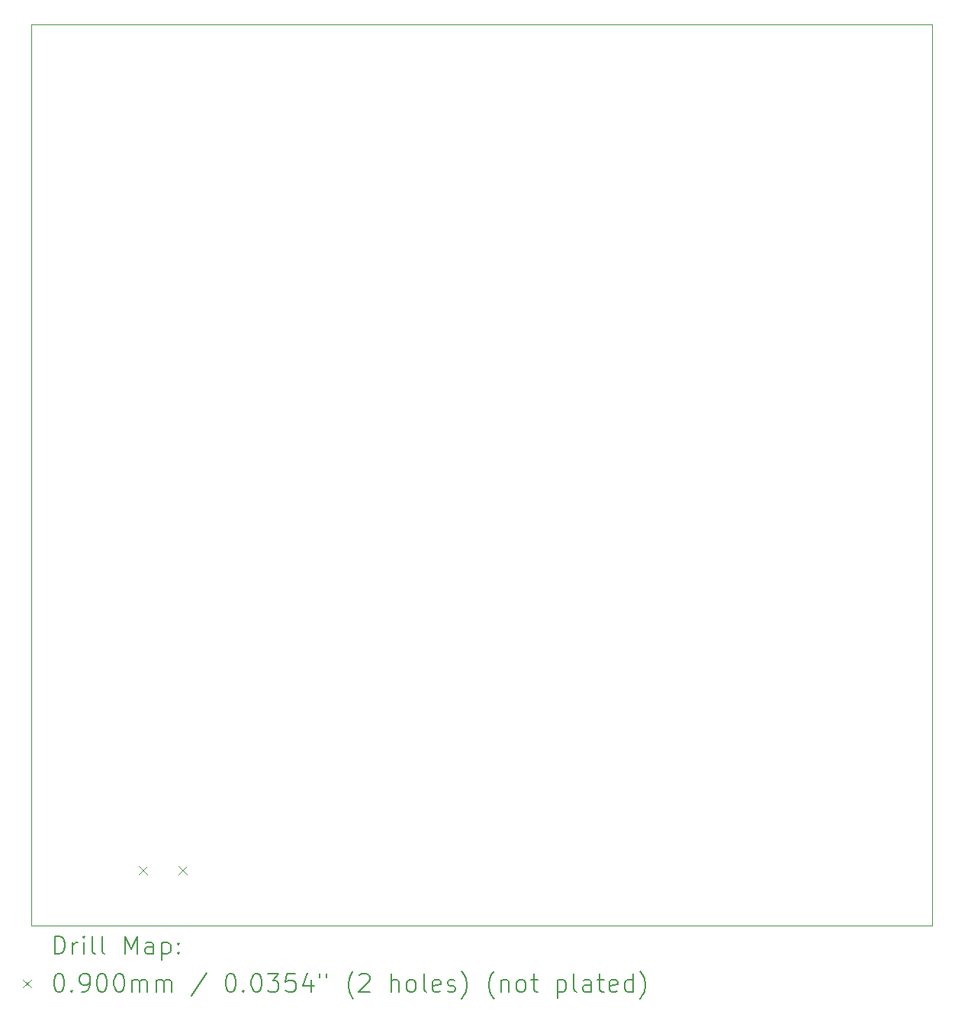
<source format=gbr>
%TF.GenerationSoftware,KiCad,Pcbnew,9.0.5-9.0.5~ubuntu25.04.1*%
%TF.CreationDate,2025-10-12T20:46:55+02:00*%
%TF.ProjectId,CPU,4350552e-6b69-4636-9164-5f7063625858,rev?*%
%TF.SameCoordinates,Original*%
%TF.FileFunction,Drillmap*%
%TF.FilePolarity,Positive*%
%FSLAX45Y45*%
G04 Gerber Fmt 4.5, Leading zero omitted, Abs format (unit mm)*
G04 Created by KiCad (PCBNEW 9.0.5-9.0.5~ubuntu25.04.1) date 2025-10-12 20:46:55*
%MOMM*%
%LPD*%
G01*
G04 APERTURE LIST*
%ADD10C,0.050000*%
%ADD11C,0.200000*%
%ADD12C,0.100000*%
G04 APERTURE END LIST*
D10*
X12500000Y-5450000D02*
X22500000Y-5450000D01*
X22500000Y-5450000D02*
X22500000Y-15450000D01*
X12500000Y-15450000D02*
X12500000Y-5450000D01*
X22500000Y-15450000D02*
X12500000Y-15450000D01*
D11*
D12*
X13695000Y-14787700D02*
X13785000Y-14877700D01*
X13785000Y-14787700D02*
X13695000Y-14877700D01*
X14135000Y-14787700D02*
X14225000Y-14877700D01*
X14225000Y-14787700D02*
X14135000Y-14877700D01*
D11*
X12758277Y-15763984D02*
X12758277Y-15563984D01*
X12758277Y-15563984D02*
X12805896Y-15563984D01*
X12805896Y-15563984D02*
X12834467Y-15573508D01*
X12834467Y-15573508D02*
X12853515Y-15592555D01*
X12853515Y-15592555D02*
X12863039Y-15611603D01*
X12863039Y-15611603D02*
X12872562Y-15649698D01*
X12872562Y-15649698D02*
X12872562Y-15678269D01*
X12872562Y-15678269D02*
X12863039Y-15716365D01*
X12863039Y-15716365D02*
X12853515Y-15735412D01*
X12853515Y-15735412D02*
X12834467Y-15754460D01*
X12834467Y-15754460D02*
X12805896Y-15763984D01*
X12805896Y-15763984D02*
X12758277Y-15763984D01*
X12958277Y-15763984D02*
X12958277Y-15630650D01*
X12958277Y-15668746D02*
X12967801Y-15649698D01*
X12967801Y-15649698D02*
X12977324Y-15640174D01*
X12977324Y-15640174D02*
X12996372Y-15630650D01*
X12996372Y-15630650D02*
X13015420Y-15630650D01*
X13082086Y-15763984D02*
X13082086Y-15630650D01*
X13082086Y-15563984D02*
X13072562Y-15573508D01*
X13072562Y-15573508D02*
X13082086Y-15583031D01*
X13082086Y-15583031D02*
X13091610Y-15573508D01*
X13091610Y-15573508D02*
X13082086Y-15563984D01*
X13082086Y-15563984D02*
X13082086Y-15583031D01*
X13205896Y-15763984D02*
X13186848Y-15754460D01*
X13186848Y-15754460D02*
X13177324Y-15735412D01*
X13177324Y-15735412D02*
X13177324Y-15563984D01*
X13310658Y-15763984D02*
X13291610Y-15754460D01*
X13291610Y-15754460D02*
X13282086Y-15735412D01*
X13282086Y-15735412D02*
X13282086Y-15563984D01*
X13539229Y-15763984D02*
X13539229Y-15563984D01*
X13539229Y-15563984D02*
X13605896Y-15706841D01*
X13605896Y-15706841D02*
X13672562Y-15563984D01*
X13672562Y-15563984D02*
X13672562Y-15763984D01*
X13853515Y-15763984D02*
X13853515Y-15659222D01*
X13853515Y-15659222D02*
X13843991Y-15640174D01*
X13843991Y-15640174D02*
X13824943Y-15630650D01*
X13824943Y-15630650D02*
X13786848Y-15630650D01*
X13786848Y-15630650D02*
X13767801Y-15640174D01*
X13853515Y-15754460D02*
X13834467Y-15763984D01*
X13834467Y-15763984D02*
X13786848Y-15763984D01*
X13786848Y-15763984D02*
X13767801Y-15754460D01*
X13767801Y-15754460D02*
X13758277Y-15735412D01*
X13758277Y-15735412D02*
X13758277Y-15716365D01*
X13758277Y-15716365D02*
X13767801Y-15697317D01*
X13767801Y-15697317D02*
X13786848Y-15687793D01*
X13786848Y-15687793D02*
X13834467Y-15687793D01*
X13834467Y-15687793D02*
X13853515Y-15678269D01*
X13948753Y-15630650D02*
X13948753Y-15830650D01*
X13948753Y-15640174D02*
X13967801Y-15630650D01*
X13967801Y-15630650D02*
X14005896Y-15630650D01*
X14005896Y-15630650D02*
X14024943Y-15640174D01*
X14024943Y-15640174D02*
X14034467Y-15649698D01*
X14034467Y-15649698D02*
X14043991Y-15668746D01*
X14043991Y-15668746D02*
X14043991Y-15725888D01*
X14043991Y-15725888D02*
X14034467Y-15744936D01*
X14034467Y-15744936D02*
X14024943Y-15754460D01*
X14024943Y-15754460D02*
X14005896Y-15763984D01*
X14005896Y-15763984D02*
X13967801Y-15763984D01*
X13967801Y-15763984D02*
X13948753Y-15754460D01*
X14129705Y-15744936D02*
X14139229Y-15754460D01*
X14139229Y-15754460D02*
X14129705Y-15763984D01*
X14129705Y-15763984D02*
X14120182Y-15754460D01*
X14120182Y-15754460D02*
X14129705Y-15744936D01*
X14129705Y-15744936D02*
X14129705Y-15763984D01*
X14129705Y-15640174D02*
X14139229Y-15649698D01*
X14139229Y-15649698D02*
X14129705Y-15659222D01*
X14129705Y-15659222D02*
X14120182Y-15649698D01*
X14120182Y-15649698D02*
X14129705Y-15640174D01*
X14129705Y-15640174D02*
X14129705Y-15659222D01*
D12*
X12407500Y-16047500D02*
X12497500Y-16137500D01*
X12497500Y-16047500D02*
X12407500Y-16137500D01*
D11*
X12796372Y-15983984D02*
X12815420Y-15983984D01*
X12815420Y-15983984D02*
X12834467Y-15993508D01*
X12834467Y-15993508D02*
X12843991Y-16003031D01*
X12843991Y-16003031D02*
X12853515Y-16022079D01*
X12853515Y-16022079D02*
X12863039Y-16060174D01*
X12863039Y-16060174D02*
X12863039Y-16107793D01*
X12863039Y-16107793D02*
X12853515Y-16145888D01*
X12853515Y-16145888D02*
X12843991Y-16164936D01*
X12843991Y-16164936D02*
X12834467Y-16174460D01*
X12834467Y-16174460D02*
X12815420Y-16183984D01*
X12815420Y-16183984D02*
X12796372Y-16183984D01*
X12796372Y-16183984D02*
X12777324Y-16174460D01*
X12777324Y-16174460D02*
X12767801Y-16164936D01*
X12767801Y-16164936D02*
X12758277Y-16145888D01*
X12758277Y-16145888D02*
X12748753Y-16107793D01*
X12748753Y-16107793D02*
X12748753Y-16060174D01*
X12748753Y-16060174D02*
X12758277Y-16022079D01*
X12758277Y-16022079D02*
X12767801Y-16003031D01*
X12767801Y-16003031D02*
X12777324Y-15993508D01*
X12777324Y-15993508D02*
X12796372Y-15983984D01*
X12948753Y-16164936D02*
X12958277Y-16174460D01*
X12958277Y-16174460D02*
X12948753Y-16183984D01*
X12948753Y-16183984D02*
X12939229Y-16174460D01*
X12939229Y-16174460D02*
X12948753Y-16164936D01*
X12948753Y-16164936D02*
X12948753Y-16183984D01*
X13053515Y-16183984D02*
X13091610Y-16183984D01*
X13091610Y-16183984D02*
X13110658Y-16174460D01*
X13110658Y-16174460D02*
X13120182Y-16164936D01*
X13120182Y-16164936D02*
X13139229Y-16136365D01*
X13139229Y-16136365D02*
X13148753Y-16098269D01*
X13148753Y-16098269D02*
X13148753Y-16022079D01*
X13148753Y-16022079D02*
X13139229Y-16003031D01*
X13139229Y-16003031D02*
X13129705Y-15993508D01*
X13129705Y-15993508D02*
X13110658Y-15983984D01*
X13110658Y-15983984D02*
X13072562Y-15983984D01*
X13072562Y-15983984D02*
X13053515Y-15993508D01*
X13053515Y-15993508D02*
X13043991Y-16003031D01*
X13043991Y-16003031D02*
X13034467Y-16022079D01*
X13034467Y-16022079D02*
X13034467Y-16069698D01*
X13034467Y-16069698D02*
X13043991Y-16088746D01*
X13043991Y-16088746D02*
X13053515Y-16098269D01*
X13053515Y-16098269D02*
X13072562Y-16107793D01*
X13072562Y-16107793D02*
X13110658Y-16107793D01*
X13110658Y-16107793D02*
X13129705Y-16098269D01*
X13129705Y-16098269D02*
X13139229Y-16088746D01*
X13139229Y-16088746D02*
X13148753Y-16069698D01*
X13272562Y-15983984D02*
X13291610Y-15983984D01*
X13291610Y-15983984D02*
X13310658Y-15993508D01*
X13310658Y-15993508D02*
X13320182Y-16003031D01*
X13320182Y-16003031D02*
X13329705Y-16022079D01*
X13329705Y-16022079D02*
X13339229Y-16060174D01*
X13339229Y-16060174D02*
X13339229Y-16107793D01*
X13339229Y-16107793D02*
X13329705Y-16145888D01*
X13329705Y-16145888D02*
X13320182Y-16164936D01*
X13320182Y-16164936D02*
X13310658Y-16174460D01*
X13310658Y-16174460D02*
X13291610Y-16183984D01*
X13291610Y-16183984D02*
X13272562Y-16183984D01*
X13272562Y-16183984D02*
X13253515Y-16174460D01*
X13253515Y-16174460D02*
X13243991Y-16164936D01*
X13243991Y-16164936D02*
X13234467Y-16145888D01*
X13234467Y-16145888D02*
X13224943Y-16107793D01*
X13224943Y-16107793D02*
X13224943Y-16060174D01*
X13224943Y-16060174D02*
X13234467Y-16022079D01*
X13234467Y-16022079D02*
X13243991Y-16003031D01*
X13243991Y-16003031D02*
X13253515Y-15993508D01*
X13253515Y-15993508D02*
X13272562Y-15983984D01*
X13463039Y-15983984D02*
X13482086Y-15983984D01*
X13482086Y-15983984D02*
X13501134Y-15993508D01*
X13501134Y-15993508D02*
X13510658Y-16003031D01*
X13510658Y-16003031D02*
X13520182Y-16022079D01*
X13520182Y-16022079D02*
X13529705Y-16060174D01*
X13529705Y-16060174D02*
X13529705Y-16107793D01*
X13529705Y-16107793D02*
X13520182Y-16145888D01*
X13520182Y-16145888D02*
X13510658Y-16164936D01*
X13510658Y-16164936D02*
X13501134Y-16174460D01*
X13501134Y-16174460D02*
X13482086Y-16183984D01*
X13482086Y-16183984D02*
X13463039Y-16183984D01*
X13463039Y-16183984D02*
X13443991Y-16174460D01*
X13443991Y-16174460D02*
X13434467Y-16164936D01*
X13434467Y-16164936D02*
X13424943Y-16145888D01*
X13424943Y-16145888D02*
X13415420Y-16107793D01*
X13415420Y-16107793D02*
X13415420Y-16060174D01*
X13415420Y-16060174D02*
X13424943Y-16022079D01*
X13424943Y-16022079D02*
X13434467Y-16003031D01*
X13434467Y-16003031D02*
X13443991Y-15993508D01*
X13443991Y-15993508D02*
X13463039Y-15983984D01*
X13615420Y-16183984D02*
X13615420Y-16050650D01*
X13615420Y-16069698D02*
X13624943Y-16060174D01*
X13624943Y-16060174D02*
X13643991Y-16050650D01*
X13643991Y-16050650D02*
X13672563Y-16050650D01*
X13672563Y-16050650D02*
X13691610Y-16060174D01*
X13691610Y-16060174D02*
X13701134Y-16079222D01*
X13701134Y-16079222D02*
X13701134Y-16183984D01*
X13701134Y-16079222D02*
X13710658Y-16060174D01*
X13710658Y-16060174D02*
X13729705Y-16050650D01*
X13729705Y-16050650D02*
X13758277Y-16050650D01*
X13758277Y-16050650D02*
X13777324Y-16060174D01*
X13777324Y-16060174D02*
X13786848Y-16079222D01*
X13786848Y-16079222D02*
X13786848Y-16183984D01*
X13882086Y-16183984D02*
X13882086Y-16050650D01*
X13882086Y-16069698D02*
X13891610Y-16060174D01*
X13891610Y-16060174D02*
X13910658Y-16050650D01*
X13910658Y-16050650D02*
X13939229Y-16050650D01*
X13939229Y-16050650D02*
X13958277Y-16060174D01*
X13958277Y-16060174D02*
X13967801Y-16079222D01*
X13967801Y-16079222D02*
X13967801Y-16183984D01*
X13967801Y-16079222D02*
X13977324Y-16060174D01*
X13977324Y-16060174D02*
X13996372Y-16050650D01*
X13996372Y-16050650D02*
X14024943Y-16050650D01*
X14024943Y-16050650D02*
X14043991Y-16060174D01*
X14043991Y-16060174D02*
X14053515Y-16079222D01*
X14053515Y-16079222D02*
X14053515Y-16183984D01*
X14443991Y-15974460D02*
X14272563Y-16231603D01*
X14701134Y-15983984D02*
X14720182Y-15983984D01*
X14720182Y-15983984D02*
X14739229Y-15993508D01*
X14739229Y-15993508D02*
X14748753Y-16003031D01*
X14748753Y-16003031D02*
X14758277Y-16022079D01*
X14758277Y-16022079D02*
X14767801Y-16060174D01*
X14767801Y-16060174D02*
X14767801Y-16107793D01*
X14767801Y-16107793D02*
X14758277Y-16145888D01*
X14758277Y-16145888D02*
X14748753Y-16164936D01*
X14748753Y-16164936D02*
X14739229Y-16174460D01*
X14739229Y-16174460D02*
X14720182Y-16183984D01*
X14720182Y-16183984D02*
X14701134Y-16183984D01*
X14701134Y-16183984D02*
X14682086Y-16174460D01*
X14682086Y-16174460D02*
X14672563Y-16164936D01*
X14672563Y-16164936D02*
X14663039Y-16145888D01*
X14663039Y-16145888D02*
X14653515Y-16107793D01*
X14653515Y-16107793D02*
X14653515Y-16060174D01*
X14653515Y-16060174D02*
X14663039Y-16022079D01*
X14663039Y-16022079D02*
X14672563Y-16003031D01*
X14672563Y-16003031D02*
X14682086Y-15993508D01*
X14682086Y-15993508D02*
X14701134Y-15983984D01*
X14853515Y-16164936D02*
X14863039Y-16174460D01*
X14863039Y-16174460D02*
X14853515Y-16183984D01*
X14853515Y-16183984D02*
X14843991Y-16174460D01*
X14843991Y-16174460D02*
X14853515Y-16164936D01*
X14853515Y-16164936D02*
X14853515Y-16183984D01*
X14986848Y-15983984D02*
X15005896Y-15983984D01*
X15005896Y-15983984D02*
X15024944Y-15993508D01*
X15024944Y-15993508D02*
X15034467Y-16003031D01*
X15034467Y-16003031D02*
X15043991Y-16022079D01*
X15043991Y-16022079D02*
X15053515Y-16060174D01*
X15053515Y-16060174D02*
X15053515Y-16107793D01*
X15053515Y-16107793D02*
X15043991Y-16145888D01*
X15043991Y-16145888D02*
X15034467Y-16164936D01*
X15034467Y-16164936D02*
X15024944Y-16174460D01*
X15024944Y-16174460D02*
X15005896Y-16183984D01*
X15005896Y-16183984D02*
X14986848Y-16183984D01*
X14986848Y-16183984D02*
X14967801Y-16174460D01*
X14967801Y-16174460D02*
X14958277Y-16164936D01*
X14958277Y-16164936D02*
X14948753Y-16145888D01*
X14948753Y-16145888D02*
X14939229Y-16107793D01*
X14939229Y-16107793D02*
X14939229Y-16060174D01*
X14939229Y-16060174D02*
X14948753Y-16022079D01*
X14948753Y-16022079D02*
X14958277Y-16003031D01*
X14958277Y-16003031D02*
X14967801Y-15993508D01*
X14967801Y-15993508D02*
X14986848Y-15983984D01*
X15120182Y-15983984D02*
X15243991Y-15983984D01*
X15243991Y-15983984D02*
X15177325Y-16060174D01*
X15177325Y-16060174D02*
X15205896Y-16060174D01*
X15205896Y-16060174D02*
X15224944Y-16069698D01*
X15224944Y-16069698D02*
X15234467Y-16079222D01*
X15234467Y-16079222D02*
X15243991Y-16098269D01*
X15243991Y-16098269D02*
X15243991Y-16145888D01*
X15243991Y-16145888D02*
X15234467Y-16164936D01*
X15234467Y-16164936D02*
X15224944Y-16174460D01*
X15224944Y-16174460D02*
X15205896Y-16183984D01*
X15205896Y-16183984D02*
X15148753Y-16183984D01*
X15148753Y-16183984D02*
X15129706Y-16174460D01*
X15129706Y-16174460D02*
X15120182Y-16164936D01*
X15424944Y-15983984D02*
X15329706Y-15983984D01*
X15329706Y-15983984D02*
X15320182Y-16079222D01*
X15320182Y-16079222D02*
X15329706Y-16069698D01*
X15329706Y-16069698D02*
X15348753Y-16060174D01*
X15348753Y-16060174D02*
X15396372Y-16060174D01*
X15396372Y-16060174D02*
X15415420Y-16069698D01*
X15415420Y-16069698D02*
X15424944Y-16079222D01*
X15424944Y-16079222D02*
X15434467Y-16098269D01*
X15434467Y-16098269D02*
X15434467Y-16145888D01*
X15434467Y-16145888D02*
X15424944Y-16164936D01*
X15424944Y-16164936D02*
X15415420Y-16174460D01*
X15415420Y-16174460D02*
X15396372Y-16183984D01*
X15396372Y-16183984D02*
X15348753Y-16183984D01*
X15348753Y-16183984D02*
X15329706Y-16174460D01*
X15329706Y-16174460D02*
X15320182Y-16164936D01*
X15605896Y-16050650D02*
X15605896Y-16183984D01*
X15558277Y-15974460D02*
X15510658Y-16117317D01*
X15510658Y-16117317D02*
X15634467Y-16117317D01*
X15701134Y-15983984D02*
X15701134Y-16022079D01*
X15777325Y-15983984D02*
X15777325Y-16022079D01*
X16072563Y-16260174D02*
X16063039Y-16250650D01*
X16063039Y-16250650D02*
X16043991Y-16222079D01*
X16043991Y-16222079D02*
X16034468Y-16203031D01*
X16034468Y-16203031D02*
X16024944Y-16174460D01*
X16024944Y-16174460D02*
X16015420Y-16126841D01*
X16015420Y-16126841D02*
X16015420Y-16088746D01*
X16015420Y-16088746D02*
X16024944Y-16041127D01*
X16024944Y-16041127D02*
X16034468Y-16012555D01*
X16034468Y-16012555D02*
X16043991Y-15993508D01*
X16043991Y-15993508D02*
X16063039Y-15964936D01*
X16063039Y-15964936D02*
X16072563Y-15955412D01*
X16139229Y-16003031D02*
X16148753Y-15993508D01*
X16148753Y-15993508D02*
X16167801Y-15983984D01*
X16167801Y-15983984D02*
X16215420Y-15983984D01*
X16215420Y-15983984D02*
X16234468Y-15993508D01*
X16234468Y-15993508D02*
X16243991Y-16003031D01*
X16243991Y-16003031D02*
X16253515Y-16022079D01*
X16253515Y-16022079D02*
X16253515Y-16041127D01*
X16253515Y-16041127D02*
X16243991Y-16069698D01*
X16243991Y-16069698D02*
X16129706Y-16183984D01*
X16129706Y-16183984D02*
X16253515Y-16183984D01*
X16491610Y-16183984D02*
X16491610Y-15983984D01*
X16577325Y-16183984D02*
X16577325Y-16079222D01*
X16577325Y-16079222D02*
X16567801Y-16060174D01*
X16567801Y-16060174D02*
X16548753Y-16050650D01*
X16548753Y-16050650D02*
X16520182Y-16050650D01*
X16520182Y-16050650D02*
X16501134Y-16060174D01*
X16501134Y-16060174D02*
X16491610Y-16069698D01*
X16701134Y-16183984D02*
X16682087Y-16174460D01*
X16682087Y-16174460D02*
X16672563Y-16164936D01*
X16672563Y-16164936D02*
X16663039Y-16145888D01*
X16663039Y-16145888D02*
X16663039Y-16088746D01*
X16663039Y-16088746D02*
X16672563Y-16069698D01*
X16672563Y-16069698D02*
X16682087Y-16060174D01*
X16682087Y-16060174D02*
X16701134Y-16050650D01*
X16701134Y-16050650D02*
X16729706Y-16050650D01*
X16729706Y-16050650D02*
X16748753Y-16060174D01*
X16748753Y-16060174D02*
X16758277Y-16069698D01*
X16758277Y-16069698D02*
X16767801Y-16088746D01*
X16767801Y-16088746D02*
X16767801Y-16145888D01*
X16767801Y-16145888D02*
X16758277Y-16164936D01*
X16758277Y-16164936D02*
X16748753Y-16174460D01*
X16748753Y-16174460D02*
X16729706Y-16183984D01*
X16729706Y-16183984D02*
X16701134Y-16183984D01*
X16882087Y-16183984D02*
X16863039Y-16174460D01*
X16863039Y-16174460D02*
X16853515Y-16155412D01*
X16853515Y-16155412D02*
X16853515Y-15983984D01*
X17034468Y-16174460D02*
X17015420Y-16183984D01*
X17015420Y-16183984D02*
X16977325Y-16183984D01*
X16977325Y-16183984D02*
X16958277Y-16174460D01*
X16958277Y-16174460D02*
X16948753Y-16155412D01*
X16948753Y-16155412D02*
X16948753Y-16079222D01*
X16948753Y-16079222D02*
X16958277Y-16060174D01*
X16958277Y-16060174D02*
X16977325Y-16050650D01*
X16977325Y-16050650D02*
X17015420Y-16050650D01*
X17015420Y-16050650D02*
X17034468Y-16060174D01*
X17034468Y-16060174D02*
X17043992Y-16079222D01*
X17043992Y-16079222D02*
X17043992Y-16098269D01*
X17043992Y-16098269D02*
X16948753Y-16117317D01*
X17120182Y-16174460D02*
X17139230Y-16183984D01*
X17139230Y-16183984D02*
X17177325Y-16183984D01*
X17177325Y-16183984D02*
X17196373Y-16174460D01*
X17196373Y-16174460D02*
X17205896Y-16155412D01*
X17205896Y-16155412D02*
X17205896Y-16145888D01*
X17205896Y-16145888D02*
X17196373Y-16126841D01*
X17196373Y-16126841D02*
X17177325Y-16117317D01*
X17177325Y-16117317D02*
X17148753Y-16117317D01*
X17148753Y-16117317D02*
X17129706Y-16107793D01*
X17129706Y-16107793D02*
X17120182Y-16088746D01*
X17120182Y-16088746D02*
X17120182Y-16079222D01*
X17120182Y-16079222D02*
X17129706Y-16060174D01*
X17129706Y-16060174D02*
X17148753Y-16050650D01*
X17148753Y-16050650D02*
X17177325Y-16050650D01*
X17177325Y-16050650D02*
X17196373Y-16060174D01*
X17272563Y-16260174D02*
X17282087Y-16250650D01*
X17282087Y-16250650D02*
X17301134Y-16222079D01*
X17301134Y-16222079D02*
X17310658Y-16203031D01*
X17310658Y-16203031D02*
X17320182Y-16174460D01*
X17320182Y-16174460D02*
X17329706Y-16126841D01*
X17329706Y-16126841D02*
X17329706Y-16088746D01*
X17329706Y-16088746D02*
X17320182Y-16041127D01*
X17320182Y-16041127D02*
X17310658Y-16012555D01*
X17310658Y-16012555D02*
X17301134Y-15993508D01*
X17301134Y-15993508D02*
X17282087Y-15964936D01*
X17282087Y-15964936D02*
X17272563Y-15955412D01*
X17634468Y-16260174D02*
X17624944Y-16250650D01*
X17624944Y-16250650D02*
X17605896Y-16222079D01*
X17605896Y-16222079D02*
X17596373Y-16203031D01*
X17596373Y-16203031D02*
X17586849Y-16174460D01*
X17586849Y-16174460D02*
X17577325Y-16126841D01*
X17577325Y-16126841D02*
X17577325Y-16088746D01*
X17577325Y-16088746D02*
X17586849Y-16041127D01*
X17586849Y-16041127D02*
X17596373Y-16012555D01*
X17596373Y-16012555D02*
X17605896Y-15993508D01*
X17605896Y-15993508D02*
X17624944Y-15964936D01*
X17624944Y-15964936D02*
X17634468Y-15955412D01*
X17710658Y-16050650D02*
X17710658Y-16183984D01*
X17710658Y-16069698D02*
X17720182Y-16060174D01*
X17720182Y-16060174D02*
X17739230Y-16050650D01*
X17739230Y-16050650D02*
X17767801Y-16050650D01*
X17767801Y-16050650D02*
X17786849Y-16060174D01*
X17786849Y-16060174D02*
X17796373Y-16079222D01*
X17796373Y-16079222D02*
X17796373Y-16183984D01*
X17920182Y-16183984D02*
X17901134Y-16174460D01*
X17901134Y-16174460D02*
X17891611Y-16164936D01*
X17891611Y-16164936D02*
X17882087Y-16145888D01*
X17882087Y-16145888D02*
X17882087Y-16088746D01*
X17882087Y-16088746D02*
X17891611Y-16069698D01*
X17891611Y-16069698D02*
X17901134Y-16060174D01*
X17901134Y-16060174D02*
X17920182Y-16050650D01*
X17920182Y-16050650D02*
X17948754Y-16050650D01*
X17948754Y-16050650D02*
X17967801Y-16060174D01*
X17967801Y-16060174D02*
X17977325Y-16069698D01*
X17977325Y-16069698D02*
X17986849Y-16088746D01*
X17986849Y-16088746D02*
X17986849Y-16145888D01*
X17986849Y-16145888D02*
X17977325Y-16164936D01*
X17977325Y-16164936D02*
X17967801Y-16174460D01*
X17967801Y-16174460D02*
X17948754Y-16183984D01*
X17948754Y-16183984D02*
X17920182Y-16183984D01*
X18043992Y-16050650D02*
X18120182Y-16050650D01*
X18072563Y-15983984D02*
X18072563Y-16155412D01*
X18072563Y-16155412D02*
X18082087Y-16174460D01*
X18082087Y-16174460D02*
X18101134Y-16183984D01*
X18101134Y-16183984D02*
X18120182Y-16183984D01*
X18339230Y-16050650D02*
X18339230Y-16250650D01*
X18339230Y-16060174D02*
X18358277Y-16050650D01*
X18358277Y-16050650D02*
X18396373Y-16050650D01*
X18396373Y-16050650D02*
X18415420Y-16060174D01*
X18415420Y-16060174D02*
X18424944Y-16069698D01*
X18424944Y-16069698D02*
X18434468Y-16088746D01*
X18434468Y-16088746D02*
X18434468Y-16145888D01*
X18434468Y-16145888D02*
X18424944Y-16164936D01*
X18424944Y-16164936D02*
X18415420Y-16174460D01*
X18415420Y-16174460D02*
X18396373Y-16183984D01*
X18396373Y-16183984D02*
X18358277Y-16183984D01*
X18358277Y-16183984D02*
X18339230Y-16174460D01*
X18548754Y-16183984D02*
X18529706Y-16174460D01*
X18529706Y-16174460D02*
X18520182Y-16155412D01*
X18520182Y-16155412D02*
X18520182Y-15983984D01*
X18710658Y-16183984D02*
X18710658Y-16079222D01*
X18710658Y-16079222D02*
X18701135Y-16060174D01*
X18701135Y-16060174D02*
X18682087Y-16050650D01*
X18682087Y-16050650D02*
X18643992Y-16050650D01*
X18643992Y-16050650D02*
X18624944Y-16060174D01*
X18710658Y-16174460D02*
X18691611Y-16183984D01*
X18691611Y-16183984D02*
X18643992Y-16183984D01*
X18643992Y-16183984D02*
X18624944Y-16174460D01*
X18624944Y-16174460D02*
X18615420Y-16155412D01*
X18615420Y-16155412D02*
X18615420Y-16136365D01*
X18615420Y-16136365D02*
X18624944Y-16117317D01*
X18624944Y-16117317D02*
X18643992Y-16107793D01*
X18643992Y-16107793D02*
X18691611Y-16107793D01*
X18691611Y-16107793D02*
X18710658Y-16098269D01*
X18777325Y-16050650D02*
X18853515Y-16050650D01*
X18805896Y-15983984D02*
X18805896Y-16155412D01*
X18805896Y-16155412D02*
X18815420Y-16174460D01*
X18815420Y-16174460D02*
X18834468Y-16183984D01*
X18834468Y-16183984D02*
X18853515Y-16183984D01*
X18996373Y-16174460D02*
X18977325Y-16183984D01*
X18977325Y-16183984D02*
X18939230Y-16183984D01*
X18939230Y-16183984D02*
X18920182Y-16174460D01*
X18920182Y-16174460D02*
X18910658Y-16155412D01*
X18910658Y-16155412D02*
X18910658Y-16079222D01*
X18910658Y-16079222D02*
X18920182Y-16060174D01*
X18920182Y-16060174D02*
X18939230Y-16050650D01*
X18939230Y-16050650D02*
X18977325Y-16050650D01*
X18977325Y-16050650D02*
X18996373Y-16060174D01*
X18996373Y-16060174D02*
X19005896Y-16079222D01*
X19005896Y-16079222D02*
X19005896Y-16098269D01*
X19005896Y-16098269D02*
X18910658Y-16117317D01*
X19177325Y-16183984D02*
X19177325Y-15983984D01*
X19177325Y-16174460D02*
X19158277Y-16183984D01*
X19158277Y-16183984D02*
X19120182Y-16183984D01*
X19120182Y-16183984D02*
X19101135Y-16174460D01*
X19101135Y-16174460D02*
X19091611Y-16164936D01*
X19091611Y-16164936D02*
X19082087Y-16145888D01*
X19082087Y-16145888D02*
X19082087Y-16088746D01*
X19082087Y-16088746D02*
X19091611Y-16069698D01*
X19091611Y-16069698D02*
X19101135Y-16060174D01*
X19101135Y-16060174D02*
X19120182Y-16050650D01*
X19120182Y-16050650D02*
X19158277Y-16050650D01*
X19158277Y-16050650D02*
X19177325Y-16060174D01*
X19253516Y-16260174D02*
X19263039Y-16250650D01*
X19263039Y-16250650D02*
X19282087Y-16222079D01*
X19282087Y-16222079D02*
X19291611Y-16203031D01*
X19291611Y-16203031D02*
X19301135Y-16174460D01*
X19301135Y-16174460D02*
X19310658Y-16126841D01*
X19310658Y-16126841D02*
X19310658Y-16088746D01*
X19310658Y-16088746D02*
X19301135Y-16041127D01*
X19301135Y-16041127D02*
X19291611Y-16012555D01*
X19291611Y-16012555D02*
X19282087Y-15993508D01*
X19282087Y-15993508D02*
X19263039Y-15964936D01*
X19263039Y-15964936D02*
X19253516Y-15955412D01*
M02*

</source>
